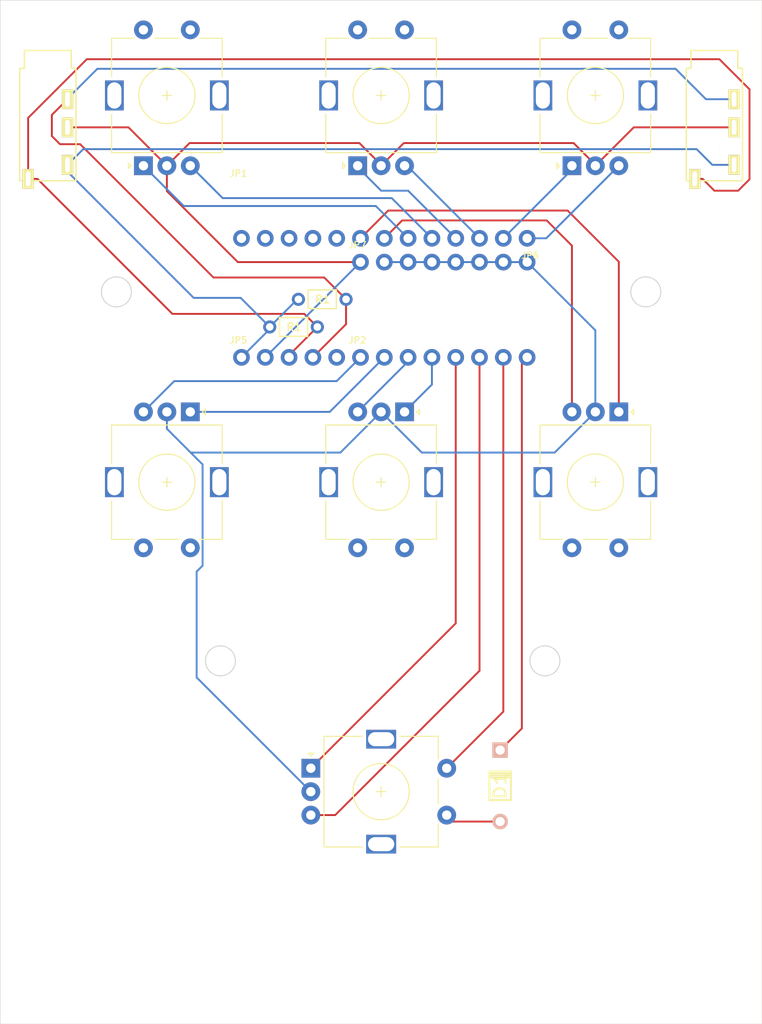
<source format=kicad_pcb>
(kicad_pcb (version 20221018) (generator pcbnew)
  (layers (0 "F.Cu" signal) (31 "B.Cu" signal) (34 "B.Paste" user) (35 "F.Paste" user) (36 "B.SilkS" user "B.Silkscreen") (37 "F.SilkS" user "F.Silkscreen") (38 "B.Mask" user) (39 "F.Mask" user) (44 "Edge.Cuts" user))
  (net 0 "")
  (net 1 "encE")
  (net 2 "encF")
  (net 3 "encG")
  (net 4 "encH")
  (net 5 "VCC")
  (net 6 "GND")
  (net 7 "SCL")
  (net 8 "SDA")
  (net 9 "encI")
  (net 10 "encJ")
  (net 11 "encK")
  (net 12 "encL")
  (net 13 "encM")
  (net 14 "encN")
  (net 15 "col0")
  (net 16 "row0")
  (net 17 "encA")
  (net 18 "encB")
  (net 19 "encC")
  (net 20 "encD")
  (net 21 "D1")
  (footprint "1X08_ROUND_70" (layer "F.Cu") (at 113.370792 91.44 180)
    (fp_text reference "JP6" (at -10.2362 -1.8288) (layer "F.SilkS") (effects (font (size 0.692831 0.692831) (thickness 0.119969)) (justify right)))
    (fp_text value "")
    (pad "1" thru_hole circle (at -8.89 0 270) (size 1.778 1.778) (drill 1) (layers "*.Cu" "*.Mask") (net 17 "encA"))
    (pad "2" thru_hole circle (at -6.35 0 270) (size 1.778 1.778) (drill 1) (layers "*.Cu" "*.Mask") (net 18 "encB"))
    (pad "3" thru_hole circle (at -3.81 0 270) (size 1.778 1.778) (drill 1) (layers "*.Cu" "*.Mask") (net 19 "encC"))
    (pad "4" thru_hole circle (at -1.27 0 270) (size 1.778 1.778) (drill 1) (layers "*.Cu" "*.Mask") (net 20 "encD"))
    (pad "5" thru_hole circle (at 1.27 0 270) (size 1.778 1.778) (drill 1) (layers "*.Cu" "*.Mask") (net 1 "encE"))
    (pad "6" thru_hole circle (at 3.81 0 270) (size 1.778 1.778) (drill 1) (layers "*.Cu" "*.Mask") (net 2 "encF"))
    (pad "7" thru_hole circle (at 6.35 0 270) (size 1.778 1.778) (drill 1) (layers "*.Cu" "*.Mask") (net 3 "encG"))
    (pad "8" thru_hole circle (at 8.89 0 270) (size 1.778 1.778) (drill 1) (layers "*.Cu" "*.Mask") (net 4 "encH"))
  )
  (footprint "Library:RESISTOR" (layer "F.Cu") (at 97.336571 100.899164 180)
    (fp_text reference "R1" (at -0.039272 -0.011965) (layer "F.SilkS") (effects (font (size 0.8128 0.8128))))
    (fp_text value "R" hide)
    (fp_line (start -1.50114 -1.00076) (end -1.50114 1.00076) (stroke (width 0.15)) (layer "F.SilkS"))
    (fp_line (start -1.50114 1.00076) (end 1.50114 1.00076) (stroke (width 0.15)) (layer "F.SilkS"))
    (fp_line (start 1.50114 -1.00076) (end -1.50114 -1.00076) (stroke (width 0.15)) (layer "F.SilkS"))
    (fp_line (start 1.50114 1.00076) (end 1.50114 -1.00076) (stroke (width 0.15)) (layer "F.SilkS"))
    (pad "1" thru_hole circle (at -2.54 0 180) (size 1.397 1.397) (drill 0.8128) (layers "*.Cu" "*.Mask") (net 7 "SCL"))
    (pad "2" thru_hole circle (at 2.54 0 180) (size 1.397 1.397) (drill 0.8128) (layers "*.Cu" "*.Mask") (net 5 "VCC"))
  )
  (footprint "Library:RotaryEncoder_EC11" (layer "F.Cu") (at 83.82 117.46 -90)
    (fp_text reference "REF**")
    (fp_text value "RotaryEncoder_EC11")
    (fp_line (start -7.8 -4.1) (end -7.2 -4.1) (stroke (width 0.12)) (layer "F.SilkS"))
    (fp_line (start -7.5 -3.8) (end -7.8 -4.1) (stroke (width 0.12)) (layer "F.SilkS"))
    (fp_line (start -7.2 -4.1) (end -7.5 -3.8) (stroke (width 0.12)) (layer "F.SilkS"))
    (fp_line (start -6.1 -5.9) (end -6.1 5.9) (stroke (width 0.12)) (layer "F.SilkS"))
    (fp_line (start -2 -5.9) (end -6.1 -5.9) (stroke (width 0.12)) (layer "F.SilkS"))
    (fp_line (start -2 5.9) (end -6.1 5.9) (stroke (width 0.12)) (layer "F.SilkS"))
    (fp_line (start -0.5 0) (end 0.5 0) (stroke (width 0.12)) (layer "F.SilkS"))
    (fp_line (start 0 -0.5) (end 0 0.5) (stroke (width 0.12)) (layer "F.SilkS"))
    (fp_line (start 2 -5.9) (end 6.1 -5.9) (stroke (width 0.12)) (layer "F.SilkS"))
    (fp_line (start 6.1 -5.9) (end 6.1 -3.5) (stroke (width 0.12)) (layer "F.SilkS"))
    (fp_line (start 6.1 -1.3) (end 6.1 1.3) (stroke (width 0.12)) (layer "F.SilkS"))
    (fp_line (start 6.1 3.5) (end 6.1 5.9) (stroke (width 0.12)) (layer "F.SilkS"))
    (fp_line (start 6.1 5.9) (end 2 5.9) (stroke (width 0.12)) (layer "F.SilkS"))
    (fp_circle (center 0 0) (end 3 0) (stroke (width 0.12)) (fill none) (layer "F.SilkS"))
    (pad "" np_thru_hole rect (at 0 -5.6 270) (size 3.2 2) (drill oval 2.8 1.5) (layers "*.Cu" "*.Mask"))
    (pad "" np_thru_hole rect (at 0 5.6 270) (size 3.2 2) (drill oval 2.8 1.5) (layers "*.Cu" "*.Mask"))
    (pad "A" thru_hole rect (at -7.5 -2.5 270) (size 2 2) (drill 1) (layers "*.Cu" "*.Mask") (net 10 "encJ"))
    (pad "B" thru_hole circle (at -7.5 2.5 270) (size 2 2) (drill 1) (layers "*.Cu" "*.Mask") (net 9 "encI"))
    (pad "C" thru_hole circle (at -7.5 0 270) (size 2 2) (drill 1) (layers "*.Cu" "*.Mask") (net 6 "GND"))
    (pad "S1" thru_hole circle (at 7 2.5 270) (size 2 2) (drill 1) (layers "*.Cu" "*.Mask"))
    (pad "S2" thru_hole circle (at 7 -2.5 270) (size 2 2) (drill 1) (layers "*.Cu" "*.Mask"))
  )
  (footprint "Library:RotaryEncoder_EC11" (layer "F.Cu") (at 106.68 76.2 90)
    (fp_text reference "REF**")
    (fp_text value "RotaryEncoder_EC11")
    (fp_line (start -7.8 -4.1) (end -7.2 -4.1) (stroke (width 0.12)) (layer "F.SilkS"))
    (fp_line (start -7.5 -3.8) (end -7.8 -4.1) (stroke (width 0.12)) (layer "F.SilkS"))
    (fp_line (start -7.2 -4.1) (end -7.5 -3.8) (stroke (width 0.12)) (layer "F.SilkS"))
    (fp_line (start -6.1 -5.9) (end -6.1 5.9) (stroke (width 0.12)) (layer "F.SilkS"))
    (fp_line (start -2 -5.9) (end -6.1 -5.9) (stroke (width 0.12)) (layer "F.SilkS"))
    (fp_line (start -2 5.9) (end -6.1 5.9) (stroke (width 0.12)) (layer "F.SilkS"))
    (fp_line (start -0.5 0) (end 0.5 0) (stroke (width 0.12)) (layer "F.SilkS"))
    (fp_line (start 0 -0.5) (end 0 0.5) (stroke (width 0.12)) (layer "F.SilkS"))
    (fp_line (start 2 -5.9) (end 6.1 -5.9) (stroke (width 0.12)) (layer "F.SilkS"))
    (fp_line (start 6.1 -5.9) (end 6.1 -3.5) (stroke (width 0.12)) (layer "F.SilkS"))
    (fp_line (start 6.1 -1.3) (end 6.1 1.3) (stroke (width 0.12)) (layer "F.SilkS"))
    (fp_line (start 6.1 3.5) (end 6.1 5.9) (stroke (width 0.12)) (layer "F.SilkS"))
    (fp_line (start 6.1 5.9) (end 2 5.9) (stroke (width 0.12)) (layer "F.SilkS"))
    (fp_circle (center 0 0) (end 3 0) (stroke (width 0.12)) (fill none) (layer "F.SilkS"))
    (pad "" np_thru_hole rect (at 0 -5.6 90) (size 3.2 2) (drill oval 2.8 1.5) (layers "*.Cu" "*.Mask"))
    (pad "" np_thru_hole rect (at 0 5.6 90) (size 3.2 2) (drill oval 2.8 1.5) (layers "*.Cu" "*.Mask"))
    (pad "A" thru_hole rect (at -7.5 -2.5 90) (size 2 2) (drill 1) (layers "*.Cu" "*.Mask") (net 20 "encD"))
    (pad "B" thru_hole circle (at -7.5 2.5 90) (size 2 2) (drill 1) (layers "*.Cu" "*.Mask") (net 19 "encC"))
    (pad "C" thru_hole circle (at -7.5 0 90) (size 2 2) (drill 1) (layers "*.Cu" "*.Mask") (net 6 "GND"))
    (pad "S1" thru_hole circle (at 7 2.5 90) (size 2 2) (drill 1) (layers "*.Cu" "*.Mask"))
    (pad "S2" thru_hole circle (at 7 -2.5 90) (size 2 2) (drill 1) (layers "*.Cu" "*.Mask"))
  )
  (footprint "Library:RotaryEncoder_EC11" (layer "F.Cu") (at 106.68 150.48)
    (fp_text reference "REF**")
    (fp_text value "RotaryEncoder_EC11")
    (fp_line (start -7.8 -4.1) (end -7.2 -4.1) (stroke (width 0.12)) (layer "F.SilkS"))
    (fp_line (start -7.5 -3.8) (end -7.8 -4.1) (stroke (width 0.12)) (layer "F.SilkS"))
    (fp_line (start -7.2 -4.1) (end -7.5 -3.8) (stroke (width 0.12)) (layer "F.SilkS"))
    (fp_line (start -6.1 -5.9) (end -6.1 5.9) (stroke (width 0.12)) (layer "F.SilkS"))
    (fp_line (start -2 -5.9) (end -6.1 -5.9) (stroke (width 0.12)) (layer "F.SilkS"))
    (fp_line (start -2 5.9) (end -6.1 5.9) (stroke (width 0.12)) (layer "F.SilkS"))
    (fp_line (start -0.5 0) (end 0.5 0) (stroke (width 0.12)) (layer "F.SilkS"))
    (fp_line (start 0 -0.5) (end 0 0.5) (stroke (width 0.12)) (layer "F.SilkS"))
    (fp_line (start 2 -5.9) (end 6.1 -5.9) (stroke (width 0.12)) (layer "F.SilkS"))
    (fp_line (start 6.1 -5.9) (end 6.1 -3.5) (stroke (width 0.12)) (layer "F.SilkS"))
    (fp_line (start 6.1 -1.3) (end 6.1 1.3) (stroke (width 0.12)) (layer "F.SilkS"))
    (fp_line (start 6.1 3.5) (end 6.1 5.9) (stroke (width 0.12)) (layer "F.SilkS"))
    (fp_line (start 6.1 5.9) (end 2 5.9) (stroke (width 0.12)) (layer "F.SilkS"))
    (fp_circle (center 0 0) (end 3 0) (stroke (width 0.12)) (fill none) (layer "F.SilkS"))
    (pad "" np_thru_hole rect (at 0 -5.6) (size 3.2 2) (drill oval 2.8 1.5) (layers "*.Cu" "*.Mask"))
    (pad "" np_thru_hole rect (at 0 5.6) (size 3.2 2) (drill oval 2.8 1.5) (layers "*.Cu" "*.Mask"))
    (pad "A" thru_hole rect (at -7.5 -2.5) (size 2 2) (drill 1) (layers "*.Cu" "*.Mask") (net 13 "encM"))
    (pad "B" thru_hole circle (at -7.5 2.5) (size 2 2) (drill 1) (layers "*.Cu" "*.Mask") (net 14 "encN"))
    (pad "C" thru_hole circle (at -7.5 0) (size 2 2) (drill 1) (layers "*.Cu" "*.Mask") (net 6 "GND"))
    (pad "S1" thru_hole circle (at 7 2.5) (size 2 2) (drill 1) (layers "*.Cu" "*.Mask") (net 21 "D1"))
    (pad "S2" thru_hole circle (at 7 -2.5) (size 2 2) (drill 1) (layers "*.Cu" "*.Mask") (net 15 "col0"))
  )
  (footprint "1X05_ROUND_70" (layer "F.Cu") (at 96.860792 91.44)
    (fp_text reference "JP1" (at -6.4262 -6.9088) (layer "F.SilkS") (effects (font (size 0.692831 0.692831) (thickness 0.119969)) (justify left)))
    (fp_text value "")
    (pad "1" thru_hole circle (at -5.08 0 90) (size 1.778 1.778) (drill 1) (layers "*.Cu" "*.Mask"))
    (pad "2" thru_hole circle (at -2.54 0 90) (size 1.778 1.778) (drill 1) (layers "*.Cu" "*.Mask"))
    (pad "3" thru_hole circle (at 0 0 90) (size 1.778 1.778) (drill 1) (layers "*.Cu" "*.Mask"))
    (pad "4" thru_hole circle (at 2.54 0 90) (size 1.778 1.778) (drill 1) (layers "*.Cu" "*.Mask"))
    (pad "5" thru_hole circle (at 5.08 0 90) (size 1.778 1.778) (drill 1) (layers "*.Cu" "*.Mask"))
  )
  (footprint "Library:RotaryEncoder_EC11" (layer "F.Cu") (at 129.54 117.46 -90)
    (fp_text reference "REF**")
    (fp_text value "RotaryEncoder_EC11")
    (fp_line (start -7.8 -4.1) (end -7.2 -4.1) (stroke (width 0.12)) (layer "F.SilkS"))
    (fp_line (start -7.5 -3.8) (end -7.8 -4.1) (stroke (width 0.12)) (layer "F.SilkS"))
    (fp_line (start -7.2 -4.1) (end -7.5 -3.8) (stroke (width 0.12)) (layer "F.SilkS"))
    (fp_line (start -6.1 -5.9) (end -6.1 5.9) (stroke (width 0.12)) (layer "F.SilkS"))
    (fp_line (start -2 -5.9) (end -6.1 -5.9) (stroke (width 0.12)) (layer "F.SilkS"))
    (fp_line (start -2 5.9) (end -6.1 5.9) (stroke (width 0.12)) (layer "F.SilkS"))
    (fp_line (start -0.5 0) (end 0.5 0) (stroke (width 0.12)) (layer "F.SilkS"))
    (fp_line (start 0 -0.5) (end 0 0.5) (stroke (width 0.12)) (layer "F.SilkS"))
    (fp_line (start 2 -5.9) (end 6.1 -5.9) (stroke (width 0.12)) (layer "F.SilkS"))
    (fp_line (start 6.1 -5.9) (end 6.1 -3.5) (stroke (width 0.12)) (layer "F.SilkS"))
    (fp_line (start 6.1 -1.3) (end 6.1 1.3) (stroke (width 0.12)) (layer "F.SilkS"))
    (fp_line (start 6.1 3.5) (end 6.1 5.9) (stroke (width 0.12)) (layer "F.SilkS"))
    (fp_line (start 6.1 5.9) (end 2 5.9) (stroke (width 0.12)) (layer "F.SilkS"))
    (fp_circle (center 0 0) (end 3 0) (stroke (width 0.12)) (fill none) (layer "F.SilkS"))
    (pad "" np_thru_hole rect (at 0 -5.6 270) (size 3.2 2) (drill oval 2.8 1.5) (layers "*.Cu" "*.Mask"))
    (pad "" np_thru_hole rect (at 0 5.6 270) (size 3.2 2) (drill oval 2.8 1.5) (layers "*.Cu" "*.Mask"))
    (pad "A" thru_hole rect (at -7.5 -2.5 270) (size 2 2) (drill 1) (layers "*.Cu" "*.Mask") (net 4 "encH"))
    (pad "B" thru_hole circle (at -7.5 2.5 270) (size 2 2) (drill 1) (layers "*.Cu" "*.Mask") (net 3 "encG"))
    (pad "C" thru_hole circle (at -7.5 0 270) (size 2 2) (drill 1) (layers "*.Cu" "*.Mask") (net 6 "GND"))
    (pad "S1" thru_hole circle (at 7 2.5 270) (size 2 2) (drill 1) (layers "*.Cu" "*.Mask"))
    (pad "S2" thru_hole circle (at 7 -2.5 270) (size 2 2) (drill 1) (layers "*.Cu" "*.Mask"))
  )
  (footprint "1X05_ROUND_70" (layer "F.Cu") (at 96.860792 104.14)
    (fp_text reference "JP5" (at -6.4262 -1.8288) (layer "F.SilkS") (effects (font (size 0.692831 0.692831) (thickness 0.119969)) (justify left)))
    (fp_text value "")
    (pad "1" thru_hole circle (at -5.08 0 90) (size 1.778 1.778) (drill 1) (layers "*.Cu" "*.Mask") (net 5 "VCC"))
    (pad "2" thru_hole circle (at -2.54 0 90) (size 1.778 1.778) (drill 1) (layers "*.Cu" "*.Mask") (net 6 "GND"))
    (pad "3" thru_hole circle (at 0 0 90) (size 1.778 1.778) (drill 1) (layers "*.Cu" "*.Mask") (net 7 "SCL"))
    (pad "4" thru_hole circle (at 2.54 0 90) (size 1.778 1.778) (drill 1) (layers "*.Cu" "*.Mask") (net 8 "SDA"))
    (pad "5" thru_hole circle (at 5.08 0 90) (size 1.778 1.778) (drill 1) (layers "*.Cu" "*.Mask"))
  )
  (footprint "Library:RotaryEncoder_EC11" (layer "F.Cu") (at 106.68 117.46 -90)
    (fp_text reference "REF**")
    (fp_text value "RotaryEncoder_EC11")
    (fp_line (start -7.8 -4.1) (end -7.2 -4.1) (stroke (width 0.12)) (layer "F.SilkS"))
    (fp_line (start -7.5 -3.8) (end -7.8 -4.1) (stroke (width 0.12)) (layer "F.SilkS"))
    (fp_line (start -7.2 -4.1) (end -7.5 -3.8) (stroke (width 0.12)) (layer "F.SilkS"))
    (fp_line (start -6.1 -5.9) (end -6.1 5.9) (stroke (width 0.12)) (layer "F.SilkS"))
    (fp_line (start -2 -5.9) (end -6.1 -5.9) (stroke (width 0.12)) (layer "F.SilkS"))
    (fp_line (start -2 5.9) (end -6.1 5.9) (stroke (width 0.12)) (layer "F.SilkS"))
    (fp_line (start -0.5 0) (end 0.5 0) (stroke (width 0.12)) (layer "F.SilkS"))
    (fp_line (start 0 -0.5) (end 0 0.5) (stroke (width 0.12)) (layer "F.SilkS"))
    (fp_line (start 2 -5.9) (end 6.1 -5.9) (stroke (width 0.12)) (layer "F.SilkS"))
    (fp_line (start 6.1 -5.9) (end 6.1 -3.5) (stroke (width 0.12)) (layer "F.SilkS"))
    (fp_line (start 6.1 -1.3) (end 6.1 1.3) (stroke (width 0.12)) (layer "F.SilkS"))
    (fp_line (start 6.1 3.5) (end 6.1 5.9) (stroke (width 0.12)) (layer "F.SilkS"))
    (fp_line (start 6.1 5.9) (end 2 5.9) (stroke (width 0.12)) (layer "F.SilkS"))
    (fp_circle (center 0 0) (end 3 0) (stroke (width 0.12)) (fill none) (layer "F.SilkS"))
    (pad "" np_thru_hole rect (at 0 -5.6 270) (size 3.2 2) (drill oval 2.8 1.5) (layers "*.Cu" "*.Mask"))
    (pad "" np_thru_hole rect (at 0 5.6 270) (size 3.2 2) (drill oval 2.8 1.5) (layers "*.Cu" "*.Mask"))
    (pad "A" thru_hole rect (at -7.5 -2.5 270) (size 2 2) (drill 1) (layers "*.Cu" "*.Mask") (net 12 "encL"))
    (pad "B" thru_hole circle (at -7.5 2.5 270) (size 2 2) (drill 1) (layers "*.Cu" "*.Mask") (net 11 "encK"))
    (pad "C" thru_hole circle (at -7.5 0 270) (size 2 2) (drill 1) (layers "*.Cu" "*.Mask") (net 6 "GND"))
    (pad "S1" thru_hole circle (at 7 2.5 270) (size 2 2) (drill 1) (layers "*.Cu" "*.Mask"))
    (pad "S2" thru_hole circle (at 7 -2.5 270) (size 2 2) (drill 1) (layers "*.Cu" "*.Mask"))
  )
  (footprint "Library:RotaryEncoder_EC11" (layer "F.Cu") (at 129.54 76.2 90)
    (fp_text reference "REF**")
    (fp_text value "RotaryEncoder_EC11")
    (fp_line (start -7.8 -4.1) (end -7.2 -4.1) (stroke (width 0.12)) (layer "F.SilkS"))
    (fp_line (start -7.5 -3.8) (end -7.8 -4.1) (stroke (width 0.12)) (layer "F.SilkS"))
    (fp_line (start -7.2 -4.1) (end -7.5 -3.8) (stroke (width 0.12)) (layer "F.SilkS"))
    (fp_line (start -6.1 -5.9) (end -6.1 5.9) (stroke (width 0.12)) (layer "F.SilkS"))
    (fp_line (start -2 -5.9) (end -6.1 -5.9) (stroke (width 0.12)) (layer "F.SilkS"))
    (fp_line (start -2 5.9) (end -6.1 5.9) (stroke (width 0.12)) (layer "F.SilkS"))
    (fp_line (start -0.5 0) (end 0.5 0) (stroke (width 0.12)) (layer "F.SilkS"))
    (fp_line (start 0 -0.5) (end 0 0.5) (stroke (width 0.12)) (layer "F.SilkS"))
    (fp_line (start 2 -5.9) (end 6.1 -5.9) (stroke (width 0.12)) (layer "F.SilkS"))
    (fp_line (start 6.1 -5.9) (end 6.1 -3.5) (stroke (width 0.12)) (layer "F.SilkS"))
    (fp_line (start 6.1 -1.3) (end 6.1 1.3) (stroke (width 0.12)) (layer "F.SilkS"))
    (fp_line (start 6.1 3.5) (end 6.1 5.9) (stroke (width 0.12)) (layer "F.SilkS"))
    (fp_line (start 6.1 5.9) (end 2 5.9) (stroke (width 0.12)) (layer "F.SilkS"))
    (fp_circle (center 0 0) (end 3 0) (stroke (width 0.12)) (fill none) (layer "F.SilkS"))
    (pad "" np_thru_hole rect (at 0 -5.6 90) (size 3.2 2) (drill oval 2.8 1.5) (layers "*.Cu" "*.Mask"))
    (pad "" np_thru_hole rect (at 0 5.6 90) (size 3.2 2) (drill oval 2.8 1.5) (layers "*.Cu" "*.Mask"))
    (pad "A" thru_hole rect (at -7.5 -2.5 90) (size 2 2) (drill 1) (layers "*.Cu" "*.Mask") (net 18 "encB"))
    (pad "B" thru_hole circle (at -7.5 2.5 90) (size 2 2) (drill 1) (layers "*.Cu" "*.Mask") (net 17 "encA"))
    (pad "C" thru_hole circle (at -7.5 0 90) (size 2 2) (drill 1) (layers "*.Cu" "*.Mask") (net 6 "GND"))
    (pad "S1" thru_hole circle (at 7 2.5 90) (size 2 2) (drill 1) (layers "*.Cu" "*.Mask"))
    (pad "S2" thru_hole circle (at 7 -2.5 90) (size 2 2) (drill 1) (layers "*.Cu" "*.Mask"))
  )
  (footprint "1X08_ROUND_70" (layer "F.Cu") (at 113.370792 104.14)
    (fp_text reference "JP2" (at -10.2362 -1.8288) (layer "F.SilkS") (effects (font (size 0.692831 0.692831) (thickness 0.119969)) (justify left)))
    (fp_text value "")
    (pad "1" thru_hole circle (at -8.89 0 90) (size 1.778 1.778) (drill 1) (layers "*.Cu" "*.Mask") (net 9 "encI"))
    (pad "2" thru_hole circle (at -6.35 0 90) (size 1.778 1.778) (drill 1) (layers "*.Cu" "*.Mask") (net 10 "encJ"))
    (pad "3" thru_hole circle (at -3.81 0 90) (size 1.778 1.778) (drill 1) (layers "*.Cu" "*.Mask") (net 11 "encK"))
    (pad "4" thru_hole circle (at -1.27 0 90) (size 1.778 1.778) (drill 1) (layers "*.Cu" "*.Mask") (net 12 "encL"))
    (pad "5" thru_hole circle (at 1.27 0 90) (size 1.778 1.778) (drill 1) (layers "*.Cu" "*.Mask") (net 13 "encM"))
    (pad "6" thru_hole circle (at 3.81 0 90) (size 1.778 1.778) (drill 1) (layers "*.Cu" "*.Mask") (net 14 "encN"))
    (pad "7" thru_hole circle (at 6.35 0 90) (size 1.778 1.778) (drill 1) (layers "*.Cu" "*.Mask") (net 15 "col0"))
    (pad "8" thru_hole circle (at 8.89 0 90) (size 1.778 1.778) (drill 1) (layers "*.Cu" "*.Mask") (net 16 "row0"))
  )
  (footprint "Library:TRRS" (layer "F.Cu") (at 71.12 73.3025)
    (fp_text reference "J2" hide)
    (fp_text value "4PIN" hide)
    (fp_line (start -3 0) (end -2.5 0) (stroke (width 0.15)) (layer "F.SilkS"))
    (fp_line (start -3 12) (end -3 0) (stroke (width 0.15)) (layer "F.SilkS"))
    (fp_line (start -2.5 -1.9) (end 2.5 -1.9) (stroke (width 0.15)) (layer "F.SilkS"))
    (fp_line (start -2.5 0) (end -2.5 -1.9) (stroke (width 0.15)) (layer "F.SilkS"))
    (fp_line (start 2.5 0) (end 2.5 -1.9) (stroke (width 0.15)) (layer "F.SilkS"))
    (fp_line (start 3 0) (end 2.5 0) (stroke (width 0.15)) (layer "F.SilkS"))
    (fp_line (start 3 0) (end 3 12) (stroke (width 0.15)) (layer "F.SilkS"))
    (fp_line (start 3 12) (end -3 12) (stroke (width 0.15)) (layer "F.SilkS"))
    (pad "" np_thru_hole circle (at 0 1.5) (size 1.2 1.2) (drill 1.2) (layers "*.Cu" "*.Mask" "F.SilkS"))
    (pad "" np_thru_hole circle (at 0 8.5) (size 1.2 1.2) (drill 1.2) (layers "*.Cu" "*.Mask" "F.SilkS"))
    (pad "1" thru_hole rect (at 2.1 10.3) (size 1.2 2.1) (drill oval 0.5 1.6) (layers "*.Cu" "*.Mask" "F.SilkS") (net 5 "VCC") (clearance 0.15))
    (pad "2" thru_hole rect (at 2.1 6.3) (size 1.2 2.1) (drill oval 0.5 1.6) (layers "*.Cu" "*.Mask" "F.SilkS") (net 6 "GND") (clearance 0.15))
    (pad "3" thru_hole rect (at 2.1 3.3) (size 1.2 2.1) (drill oval 0.5 1.6) (layers "*.Cu" "*.Mask" "F.SilkS") (net 8 "SDA") (clearance 0.15))
    (pad "4" thru_hole rect (at -2.1 11.8) (size 1.2 2.1) (drill oval 0.5 1.6) (layers "*.Cu" "*.Mask" "F.SilkS") (net 7 "SCL") (clearance 0.15))
  )
  (footprint "1X08_ROUND_70" (layer "F.Cu") (at 113.370792 93.98)
    (fp_text reference "JP7" (at -10.2362 -1.8288) (layer "F.SilkS") (effects (font (size 0.692831 0.692831) (thickness 0.119969)) (justify left)))
    (fp_text value "")
    (pad "1" thru_hole circle (at -8.89 0 90) (size 1.778 1.778) (drill 1) (layers "*.Cu" "*.Mask") (net 6 "GND"))
    (pad "2" thru_hole circle (at -6.35 0 90) (size 1.778 1.778) (drill 1) (layers "*.Cu" "*.Mask") (net 6 "GND"))
    (pad "3" thru_hole circle (at -3.81 0 90) (size 1.778 1.778) (drill 1) (layers "*.Cu" "*.Mask") (net 6 "GND"))
    (pad "4" thru_hole circle (at -1.27 0 90) (size 1.778 1.778) (drill 1) (layers "*.Cu" "*.Mask") (net 6 "GND"))
    (pad "5" thru_hole circle (at 1.27 0 90) (size 1.778 1.778) (drill 1) (layers "*.Cu" "*.Mask") (net 6 "GND"))
    (pad "6" thru_hole circle (at 3.81 0 90) (size 1.778 1.778) (drill 1) (layers "*.Cu" "*.Mask") (net 6 "GND"))
    (pad "7" thru_hole circle (at 6.35 0 90) (size 1.778 1.778) (drill 1) (layers "*.Cu" "*.Mask") (net 6 "GND"))
    (pad "8" thru_hole circle (at 8.89 0 90) (size 1.778 1.778) (drill 1) (layers "*.Cu" "*.Mask") (net 6 "GND"))
  )
  (footprint "Library:RotaryEncoder_EC11" (layer "F.Cu") (at 83.82 76.2 90)
    (fp_text reference "REF**")
    (fp_text value "RotaryEncoder_EC11")
    (fp_line (start -7.8 -4.1) (end -7.2 -4.1) (stroke (width 0.12)) (layer "F.SilkS"))
    (fp_line (start -7.5 -3.8) (end -7.8 -4.1) (stroke (width 0.12)) (layer "F.SilkS"))
    (fp_line (start -7.2 -4.1) (end -7.5 -3.8) (stroke (width 0.12)) (layer "F.SilkS"))
    (fp_line (start -6.1 -5.9) (end -6.1 5.9) (stroke (width 0.12)) (layer "F.SilkS"))
    (fp_line (start -2 -5.9) (end -6.1 -5.9) (stroke (width 0.12)) (layer "F.SilkS"))
    (fp_line (start -2 5.9) (end -6.1 5.9) (stroke (width 0.12)) (layer "F.SilkS"))
    (fp_line (start -0.5 0) (end 0.5 0) (stroke (width 0.12)) (layer "F.SilkS"))
    (fp_line (start 0 -0.5) (end 0 0.5) (stroke (width 0.12)) (layer "F.SilkS"))
    (fp_line (start 2 -5.9) (end 6.1 -5.9) (stroke (width 0.12)) (layer "F.SilkS"))
    (fp_line (start 6.1 -5.9) (end 6.1 -3.5) (stroke (width 0.12)) (layer "F.SilkS"))
    (fp_line (start 6.1 -1.3) (end 6.1 1.3) (stroke (width 0.12)) (layer "F.SilkS"))
    (fp_line (start 6.1 3.5) (end 6.1 5.9) (stroke (width 0.12)) (layer "F.SilkS"))
    (fp_line (start 6.1 5.9) (end 2 5.9) (stroke (width 0.12)) (layer "F.SilkS"))
    (fp_circle (center 0 0) (end 3 0) (stroke (width 0.12)) (fill none) (layer "F.SilkS"))
    (pad "" np_thru_hole rect (at 0 -5.6 90) (size 3.2 2) (drill oval 2.8 1.5) (layers "*.Cu" "*.Mask"))
    (pad "" np_thru_hole rect (at 0 5.6 90) (size 3.2 2) (drill oval 2.8 1.5) (layers "*.Cu" "*.Mask"))
    (pad "A" thru_hole rect (at -7.5 -2.5 90) (size 2 2) (drill 1) (layers "*.Cu" "*.Mask") (net 2 "encF"))
    (pad "B" thru_hole circle (at -7.5 2.5 90) (size 2 2) (drill 1) (layers "*.Cu" "*.Mask") (net 1 "encE"))
    (pad "C" thru_hole circle (at -7.5 0 90) (size 2 2) (drill 1) (layers "*.Cu" "*.Mask") (net 6 "GND"))
    (pad "S1" thru_hole circle (at 7 2.5 90) (size 2 2) (drill 1) (layers "*.Cu" "*.Mask"))
    (pad "S2" thru_hole circle (at 7 -2.5 90) (size 2 2) (drill 1) (layers "*.Cu" "*.Mask"))
  )
  (footprint "Library:TRRS" (layer "F.Cu") (at 142.24 73.3025)
    (fp_text reference "J2" hide)
    (fp_text value "4PIN" hide)
    (fp_line (start -3 0) (end -2.5 0) (stroke (width 0.15)) (layer "F.SilkS"))
    (fp_line (start -3 12) (end -3 0) (stroke (width 0.15)) (layer "F.SilkS"))
    (fp_line (start -2.5 -1.9) (end 2.5 -1.9) (stroke (width 0.15)) (layer "F.SilkS"))
    (fp_line (start -2.5 0) (end -2.5 -1.9) (stroke (width 0.15)) (layer "F.SilkS"))
    (fp_line (start 2.5 0) (end 2.5 -1.9) (stroke (width 0.15)) (layer "F.SilkS"))
    (fp_line (start 3 0) (end 2.5 0) (stroke (width 0.15)) (layer "F.SilkS"))
    (fp_line (start 3 0) (end 3 12) (stroke (width 0.15)) (layer "F.SilkS"))
    (fp_line (start 3 12) (end -3 12) (stroke (width 0.15)) (layer "F.SilkS"))
    (pad "" np_thru_hole circle (at 0 1.5) (size 1.2 1.2) (drill 1.2) (layers "*.Cu" "*.Mask" "F.SilkS"))
    (pad "" np_thru_hole circle (at 0 8.5) (size 1.2 1.2) (drill 1.2) (layers "*.Cu" "*.Mask" "F.SilkS"))
    (pad "1" thru_hole rect (at 2.1 10.3) (size 1.2 2.1) (drill oval 0.5 1.6) (layers "*.Cu" "*.Mask" "F.SilkS") (net 5 "VCC") (clearance 0.15))
    (pad "2" thru_hole rect (at 2.1 6.3) (size 1.2 2.1) (drill oval 0.5 1.6) (layers "*.Cu" "*.Mask" "F.SilkS") (net 6 "GND") (clearance 0.15))
    (pad "3" thru_hole rect (at 2.1 3.3) (size 1.2 2.1) (drill oval 0.5 1.6) (layers "*.Cu" "*.Mask" "F.SilkS") (net 8 "SDA") (clearance 0.15))
    (pad "4" thru_hole rect (at -2.1 11.8) (size 1.2 2.1) (drill oval 0.5 1.6) (layers "*.Cu" "*.Mask" "F.SilkS") (net 7 "SCL") (clearance 0.15))
  )
  (footprint "Library:RESISTOR" (layer "F.Cu") (at 100.397378 97.948554 180)
    (fp_text reference "R1" (at -0.039272 -0.011965) (layer "F.SilkS") (effects (font (size 0.8128 0.8128))))
    (fp_text value "R" hide)
    (fp_line (start -1.50114 -1.00076) (end -1.50114 1.00076) (stroke (width 0.15)) (layer "F.SilkS"))
    (fp_line (start -1.50114 1.00076) (end 1.50114 1.00076) (stroke (width 0.15)) (layer "F.SilkS"))
    (fp_line (start 1.50114 -1.00076) (end -1.50114 -1.00076) (stroke (width 0.15)) (layer "F.SilkS"))
    (fp_line (start 1.50114 1.00076) (end 1.50114 -1.00076) (stroke (width 0.15)) (layer "F.SilkS"))
    (pad "1" thru_hole circle (at -2.54 0 180) (size 1.397 1.397) (drill 0.8128) (layers "*.Cu" "*.Mask") (net 8 "SDA"))
    (pad "2" thru_hole circle (at 2.54 0 180) (size 1.397 1.397) (drill 0.8128) (layers "*.Cu" "*.Mask") (net 5 "VCC"))
  )
  (footprint "Library:Diode" (layer "F.Cu") (at 119.38 149.86 90)
    (fp_text reference "D1" (at 0 0 90) (layer "F.SilkS") (effects (font (size 1.27 1.524) (thickness 0.2032))))
    (fp_text value "VAL**" hide)
    (fp_line (start -1.524 -1.143) (end 1.524 -1.143) (stroke (width 0.2032)) (layer "F.SilkS"))
    (fp_line (start -1.524 1.143) (end -1.524 -1.143) (stroke (width 0.2032)) (layer "F.SilkS"))
    (fp_line (start 0.9 1.1) (end 0.9 -1.1) (stroke (width 0.15)) (layer "F.SilkS"))
    (fp_line (start 1.1 -1.1) (end 1.1 1.1) (stroke (width 0.15)) (layer "F.SilkS"))
    (fp_line (start 1.3 -1.1) (end 1.3 -1) (stroke (width 0.15)) (layer "F.SilkS"))
    (fp_line (start 1.3 -1) (end 1.3 -1.1) (stroke (width 0.15)) (layer "F.SilkS"))
    (fp_line (start 1.3 1.1) (end 1.3 -1) (stroke (width 0.15)) (layer "F.SilkS"))
    (fp_line (start 1.524 -1.143) (end 1.524 1.143) (stroke (width 0.2032)) (layer "F.SilkS"))
    (fp_line (start 1.524 1.143) (end -1.524 1.143) (stroke (width 0.2032)) (layer "F.SilkS"))
    (pad "1" thru_hole circle (at -3.81 0 90) (size 1.651 1.651) (drill 0.9906) (layers "*.Cu" "*.SilkS" "*.Mask") (net 21 "D1"))
    (pad "2" thru_hole rect (at 3.81 0 90) (size 1.651 1.651) (drill 0.9906) (layers "*.Cu" "*.SilkS" "*.Mask") (net 16 "row0"))
  )
  (gr_line (start 66.04 175.26) (end 66.04 66.04) (stroke (width 0.05)) (layer "Edge.Cuts"))
  (gr_line (start 66.04 66.04) (end 147.32 66.04) (stroke (width 0.05)) (layer "Edge.Cuts"))
  (gr_line (start 147.32 175.26) (end 66.04 175.26) (stroke (width 0.05)) (layer "Edge.Cuts"))
  (gr_circle (center 78.435 97.155) (end 80.035 97.155) (stroke (width 0.1)) (fill none) (layer "Edge.Cuts"))
  (gr_circle (center 124.155 136.525) (end 125.755 136.525) (stroke (width 0.1)) (fill none) (layer "Edge.Cuts"))
  (gr_circle (center 89.535 136.525) (end 91.135 136.525) (stroke (width 0.1)) (fill none) (layer "Edge.Cuts"))
  (gr_line (start 147.32 66.04) (end 147.32 175.26) (stroke (width 0.05)) (layer "Edge.Cuts"))
  (gr_circle (center 134.925 97.155) (end 136.525 97.155) (stroke (width 0.1)) (fill none) (layer "Edge.Cuts"))
  (segment (start 112.100792 91.44) (end 107.813789 87.152997) (width 0.2) (layer "B.Cu") (net 1))
  (segment (start 89.772997 87.152997) (end 86.32 83.7) (width 0.2) (layer "B.Cu") (net 1))
  (segment (start 107.813789 87.152997) (end 89.772997 87.152997) (width 0.2) (layer "B.Cu") (net 1))
  (segment (start 109.560792 91.44) (end 106.116098 87.995306) (width 0.2) (layer "B.Cu") (net 2))
  (segment (start 85.615306 87.995306) (end 81.32 83.7) (width 0.2) (layer "B.Cu") (net 2))
  (segment (start 106.116098 87.995306) (end 85.615306 87.995306) (width 0.2) (layer "B.Cu") (net 2))
  (segment (start 108.926127 89.534665) (end 107.020792 91.44) (width 0.2) (layer "F.Cu") (net 3))
  (segment (start 127.04 92.229863) (end 124.344802 89.534665) (width 0.2) (layer "F.Cu") (net 3))
  (segment (start 127.04 109.96) (end 127.04 92.229863) (width 0.2) (layer "F.Cu") (net 3))
  (segment (start 124.344802 89.534665) (end 108.926127 89.534665) (width 0.2) (layer "F.Cu") (net 3))
  (segment (start 126.579926 88.479926) (end 132.04 93.94) (width 0.2) (layer "F.Cu") (net 4))
  (segment (start 104.480792 91.44) (end 107.440866 88.479926) (width 0.2) (layer "F.Cu") (net 4))
  (segment (start 107.440866 88.479926) (end 126.579926 88.479926) (width 0.2) (layer "F.Cu") (net 4))
  (segment (start 132.04 93.94) (end 132.04 109.96) (width 0.2) (layer "F.Cu") (net 4))
  (segment (start 74.894709 81.927791) (end 140.347791 81.927791) (width 0.2) (layer "B.Cu") (net 5))
  (segment (start 142.0225 83.6025) (end 144.34 83.6025) (width 0.2) (layer "B.Cu") (net 5))
  (segment (start 91.68986 97.792453) (end 86.679786 97.792453) (width 0.2) (layer "B.Cu") (net 5))
  (segment (start 73.22 83.6025) (end 74.894709 81.927791) (width 0.2) (layer "B.Cu") (net 5))
  (segment (start 140.347791 81.927791) (end 142.0225 83.6025) (width 0.2) (layer "B.Cu") (net 5))
  (segment (start 91.780792 104.14) (end 94.796571 101.124221) (width 0.2) (layer "B.Cu") (net 5))
  (segment (start 94.796571 101.124221) (end 94.796571 100.899164) (width 0.2) (layer "B.Cu") (net 5))
  (segment (start 94.796571 100.899164) (end 91.68986 97.792453) (width 0.2) (layer "B.Cu") (net 5))
  (segment (start 73.22 84.332667) (end 73.22 83.6025) (width 0.2) (layer "B.Cu") (net 5))
  (segment (start 94.796571 100.899164) (end 97.747181 97.948554) (width 0.2) (layer "B.Cu") (net 5))
  (segment (start 86.679786 97.792453) (end 73.22 84.332667) (width 0.2) (layer "B.Cu") (net 5))
  (segment (start 97.747181 97.948554) (end 97.857378 97.948554) (width 0.2) (layer "B.Cu") (net 5))
  (segment (start 129.54 83.7) (end 133.6375 79.6025) (width 0.2) (layer "F.Cu") (net 6))
  (segment (start 133.6375 79.6025) (end 144.34 79.6025) (width 0.2) (layer "F.Cu") (net 6))
  (segment (start 106.68 83.7) (end 109.1 81.28) (width 0.2) (layer "F.Cu") (net 6))
  (segment (start 104.36 81.28) (end 106.68 83.6) (width 0.2) (layer "F.Cu") (net 6))
  (segment (start 83.82 83.7) (end 86.24 81.28) (width 0.2) (layer "F.Cu") (net 6))
  (segment (start 109.1 81.28) (end 127.22 81.28) (width 0.2) (layer "F.Cu") (net 6))
  (segment (start 91.394189 93.98) (end 83.82 86.405811) (width 0.2) (layer "F.Cu") (net 6))
  (segment (start 127.22 81.28) (end 129.54 83.6) (width 0.2) (layer "F.Cu") (net 6))
  (segment (start 104.480792 93.98) (end 91.394189 93.98) (width 0.2) (layer "F.Cu") (net 6))
  (segment (start 129.54 83.6) (end 129.54 83.7) (width 0.2) (layer "F.Cu") (net 6))
  (segment (start 83.82 83.7) (end 79.7225 79.6025) (width 0.2) (layer "F.Cu") (net 6))
  (segment (start 86.24 81.28) (end 104.36 81.28) (width 0.2) (layer "F.Cu") (net 6))
  (segment (start 83.82 86.405811) (end 83.82 83.7) (width 0.2) (layer "F.Cu") (net 6))
  (segment (start 106.68 83.6) (end 106.68 83.7) (width 0.2) (layer "F.Cu") (net 6))
  (segment (start 79.7225 79.6025) (end 73.22 79.6025) (width 0.2) (layer "F.Cu") (net 6))
  (segment (start 102.34 114.3) (end 106.68 109.96) (width 0.2) (layer "B.Cu") (net 6))
  (segment (start 106.68 109.96) (end 111.02 114.3) (width 0.2) (layer "B.Cu") (net 6))
  (segment (start 86.995 138.295) (end 99.18 150.48) (width 0.2) (layer "B.Cu") (net 6))
  (segment (start 104.480792 93.98) (end 94.320792 104.14) (width 0.2) (layer "B.Cu") (net 6))
  (segment (start 86.36 114.3) (end 87.63 115.57) (width 0.2) (layer "B.Cu") (net 6))
  (segment (start 86.995 127) (end 86.995 138.295) (width 0.2) (layer "B.Cu") (net 6))
  (segment (start 87.63 115.57) (end 87.63 126.365) (width 0.2) (layer "B.Cu") (net 6))
  (segment (start 122.260792 93.98) (end 119.720792 93.98) (width 0.2) (layer "B.Cu") (net 6))
  (segment (start 125.2 114.3) (end 129.54 109.96) (width 0.2) (layer "B.Cu") (net 6))
  (segment (start 129.54 101.259208) (end 129.54 109.96) (width 0.2) (layer "B.Cu") (net 6))
  (segment (start 109.560792 93.98) (end 112.100792 93.98) (width 0.2) (layer "B.Cu") (net 6))
  (segment (start 87.63 126.365) (end 86.995 127) (width 0.2) (layer "B.Cu") (net 6))
  (segment (start 122.260792 93.98) (end 129.54 101.259208) (width 0.2) (layer "B.Cu") (net 6))
  (segment (start 114.640792 93.98) (end 117.180792 93.98) (width 0.2) (layer "B.Cu") (net 6))
  (segment (start 112.100792 93.98) (end 114.640792 93.98) (width 0.2) (layer "B.Cu") (net 6))
  (segment (start 83.82 109.96) (end 83.82 111.76) (width 0.2) (layer "B.Cu") (net 6))
  (segment (start 111.02 114.3) (end 125.2 114.3) (width 0.2) (layer "B.Cu") (net 6))
  (segment (start 83.82 111.76) (end 86.36 114.3) (width 0.2) (layer "B.Cu") (net 6))
  (segment (start 107.020792 93.98) (end 109.560792 93.98) (width 0.2) (layer "B.Cu") (net 6))
  (segment (start 86.36 114.3) (end 102.34 114.3) (width 0.2) (layer "B.Cu") (net 6))
  (segment (start 119.720792 93.98) (end 117.180792 93.98) (width 0.2) (layer "B.Cu") (net 6))
  (segment (start 75.277341 72.33307) (end 142.773039 72.33307) (width 0.2) (layer "F.Cu") (net 7))
  (segment (start 145.988843 75.548874) (end 145.988843 85.151157) (width 0.2) (layer "F.Cu") (net 7))
  (segment (start 140.9825 85.1025) (end 140.14 85.1025) (width 0.2) (layer "F.Cu") (net 7))
  (segment (start 69.02 78.590411) (end 75.277341 72.33307) (width 0.2) (layer "F.Cu") (net 7))
  (segment (start 99.876571 100.899164) (end 98.479716 99.502309) (width 0.2) (layer "F.Cu") (net 7))
  (segment (start 70.007706 85.1025) (end 69.02 85.1025) (width 0.2) (layer "F.Cu") (net 7))
  (segment (start 145.988843 85.151157) (end 144.78 86.36) (width 0.2) (layer "F.Cu") (net 7))
  (segment (start 142.773039 72.33307) (end 145.988843 75.548874) (width 0.2) (layer "F.Cu") (net 7))
  (segment (start 84.407515 99.502309) (end 70.007706 85.1025) (width 0.2) (layer "F.Cu") (net 7))
  (segment (start 69.02 85.1025) (end 69.02 78.590411) (width 0.2) (layer "F.Cu") (net 7))
  (segment (start 144.78 86.36) (end 142.24 86.36) (width 0.2) (layer "F.Cu") (net 7))
  (segment (start 99.876571 100.899164) (end 96.860792 103.914943) (width 0.2) (layer "F.Cu") (net 7))
  (segment (start 98.479716 99.502309) (end 84.407515 99.502309) (width 0.2) (layer "F.Cu") (net 7))
  (segment (start 142.24 86.36) (end 140.9825 85.1025) (width 0.2) (layer "F.Cu") (net 7))
  (segment (start 96.860792 103.914943) (end 96.860792 104.14) (width 0.2) (layer "F.Cu") (net 7))
  (segment (start 88.791092 95.623592) (end 74.568473 81.400973) (width 0.2) (layer "F.Cu") (net 8))
  (segment (start 71.546506 78.275994) (end 73.22 76.6025) (width 0.2) (layer "F.Cu") (net 8))
  (segment (start 74.568473 81.400973) (end 72.420466 81.400973) (width 0.2) (layer "F.Cu") (net 8))
  (segment (start 102.937378 97.948554) (end 100.612416 95.623592) (width 0.2) (layer "F.Cu") (net 8))
  (segment (start 100.612416 95.623592) (end 88.791092 95.623592) (width 0.2) (layer "F.Cu") (net 8))
  (segment (start 99.400792 104.14) (end 102.937378 100.603414) (width 0.2) (layer "F.Cu") (net 8))
  (segment (start 71.546506 80.527013) (end 71.546506 78.275994) (width 0.2) (layer "F.Cu") (net 8))
  (segment (start 72.420466 81.400973) (end 71.546506 80.527013) (width 0.2) (layer "F.Cu") (net 8))
  (segment (start 102.937378 100.603414) (end 102.937378 97.948554) (width 0.2) (layer "F.Cu") (net 8))
  (segment (start 73.22 76.533912) (end 73.22 76.6025) (width 0.2) (layer "B.Cu") (net 8))
  (segment (start 141.345 76.6025) (end 138.096285 73.353785) (width 0.2) (layer "B.Cu") (net 8))
  (segment (start 138.096285 73.353785) (end 76.400127 73.353785) (width 0.2) (layer "B.Cu") (net 8))
  (segment (start 76.400127 73.353785) (end 73.22 76.533912) (width 0.2) (layer "B.Cu") (net 8))
  (segment (start 144.34 76.6025) (end 141.345 76.6025) (width 0.2) (layer "B.Cu") (net 8))
  (segment (start 81.32 109.96) (end 84.6 106.68) (width 0.2) (layer "B.Cu") (net 9))
  (segment (start 101.940792 106.68) (end 104.480792 104.14) (width 0.2) (layer "B.Cu") (net 9))
  (segment (start 84.6 106.68) (end 101.940792 106.68) (width 0.2) (layer "B.Cu") (net 9))
  (segment (start 107.020792 104.14) (end 101.200792 109.96) (width 0.2) (layer "B.Cu") (net 10))
  (segment (start 101.200792 109.96) (end 86.32 109.96) (width 0.2) (layer "B.Cu") (net 10))
  (segment (start 104.18 109.96) (end 109.560792 104.579208) (width 0.2) (layer "B.Cu") (net 11))
  (segment (start 109.560792 104.579208) (end 109.560792 104.14) (width 0.2) (layer "B.Cu") (net 11))
  (segment (start 112.100792 104.14) (end 112.100792 107.039208) (width 0.2) (layer "B.Cu") (net 12))
  (segment (start 112.100792 107.039208) (end 109.18 109.96) (width 0.2) (layer "B.Cu") (net 12))
  (segment (start 99.18 147.98) (end 114.640792 132.519208) (width 0.2) (layer "F.Cu") (net 13))
  (segment (start 114.640792 132.519208) (end 114.640792 104.14) (width 0.2) (layer "F.Cu") (net 13))
  (segment (start 117.180792 104.14) (end 117.180792 137.579208) (width 0.2) (layer "F.Cu") (net 14))
  (segment (start 117.180792 137.579208) (end 101.78 152.98) (width 0.2) (layer "F.Cu") (net 14))
  (segment (start 101.78 152.98) (end 99.18 152.98) (width 0.2) (layer "F.Cu") (net 14))
  (segment (start 119.720792 141.939208) (end 119.720792 104.14) (width 0.2) (layer "F.Cu") (net 15))
  (segment (start 113.68 147.98) (end 119.720792 141.939208) (width 0.2) (layer "F.Cu") (net 15))
  (segment (start 121.69362 143.73638) (end 119.38 146.05) (width 0.2) (layer "F.Cu") (net 16))
  (segment (start 122.260792 104.14) (end 121.69362 104.707172) (width 0.2) (layer "F.Cu") (net 16))
  (segment (start 121.69362 104.707172) (end 121.69362 143.73638) (width 0.2) (layer "F.Cu") (net 16))
  (segment (start 124.3 91.44) (end 132.04 83.7) (width 0.2) (layer "B.Cu") (net 17))
  (segment (start 122.260792 91.44) (end 124.3 91.44) (width 0.2) (layer "B.Cu") (net 17))
  (segment (start 127.04 84.120792) (end 119.720792 91.44) (width 0.2) (layer "B.Cu") (net 18))
  (segment (start 127.04 83.7) (end 127.04 84.120792) (width 0.2) (layer "B.Cu") (net 18))
  (segment (start 109.440792 83.7) (end 109.18 83.7) (width 0.2) (layer "B.Cu") (net 19))
  (segment (start 117.180792 91.44) (end 109.440792 83.7) (width 0.2) (layer "B.Cu") (net 19))
  (segment (start 106.68 86.36) (end 104.18 83.86) (width 0.2) (layer "B.Cu") (net 20))
  (segment (start 114.640792 91.44) (end 109.560792 86.36) (width 0.2) (layer "B.Cu") (net 20))
  (segment (start 109.560792 86.36) (end 106.68 86.36) (width 0.2) (layer "B.Cu") (net 20))
  (segment (start 104.18 83.86) (end 104.18 83.7) (width 0.2) (layer "B.Cu") (net 20))
  (segment (start 114.37 153.67) (end 113.68 152.98) (width 0.2) (layer "F.Cu") (net 21))
  (segment (start 119.38 153.67) (end 114.37 153.67) (width 0.2) (layer "F.Cu") (net 21))
)
</source>
